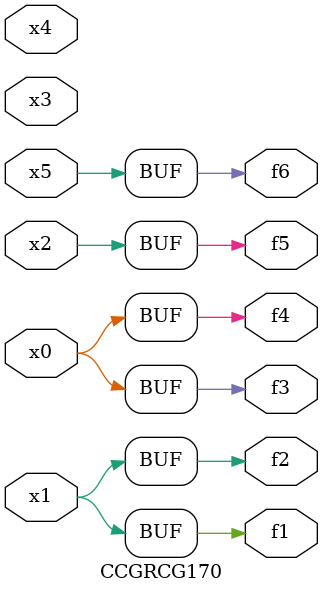
<source format=v>
module CCGRCG170(
	input x0, x1, x2, x3, x4, x5,
	output f1, f2, f3, f4, f5, f6
);
	assign f1 = x1;
	assign f2 = x1;
	assign f3 = x0;
	assign f4 = x0;
	assign f5 = x2;
	assign f6 = x5;
endmodule

</source>
